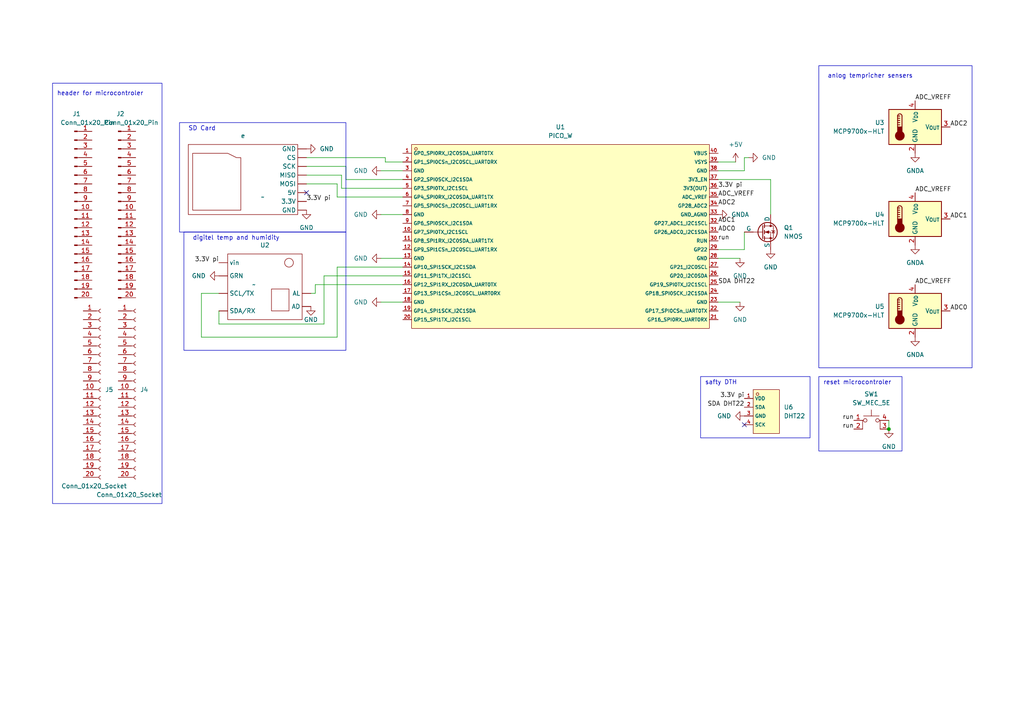
<source format=kicad_sch>
(kicad_sch (version 20230121) (generator eeschema)
  (paper "A4")
  (title_block (title "microcontroler "))
  (lib_symbols
    (symbol "Connector:Conn_01x20_Pin" (pin_names (offset 1.016) hide)
      (property "Reference" "J" (at 0 25.4 0))
      (property "Value" "Conn_01x20_Pin" (at 0 -27.94 0))
      (symbol "Conn_01x20_Pin_1_1"
        (polyline (pts (xy 1.27 -25.4) (xy 0.8636 -25.4)) (stroke (width 0.1524)))
        (polyline (pts (xy 1.27 -22.86) (xy 0.8636 -22.86)) (stroke (width 0.1524)))
        (polyline (pts (xy 1.27 -20.32) (xy 0.8636 -20.32)) (stroke (width 0.1524)))
        (polyline (pts (xy 1.27 -17.78) (xy 0.8636 -17.78)) (stroke (width 0.1524)))
        (polyline (pts (xy 1.27 -15.24) (xy 0.8636 -15.24)) (stroke (width 0.1524)))
        (polyline (pts (xy 1.27 -12.7) (xy 0.8636 -12.7)) (stroke (width 0.1524)))
        (polyline (pts (xy 1.27 -10.16) (xy 0.8636 -10.16)) (stroke (width 0.1524)))
        (polyline (pts (xy 1.27 -7.62) (xy 0.8636 -7.62)) (stroke (width 0.1524)))
        (polyline (pts (xy 1.27 -5.08) (xy 0.8636 -5.08)) (stroke (width 0.1524)))
        (polyline (pts (xy 1.27 -2.54) (xy 0.8636 -2.54)) (stroke (width 0.1524)))
        (polyline (pts (xy 1.27 0) (xy 0.8636 0)) (stroke (width 0.1524)))
        (polyline (pts (xy 1.27 2.54) (xy 0.8636 2.54)) (stroke (width 0.1524)))
        (polyline (pts (xy 1.27 5.08) (xy 0.8636 5.08)) (stroke (width 0.1524)))
        (polyline (pts (xy 1.27 7.62) (xy 0.8636 7.62)) (stroke (width 0.1524)))
        (polyline (pts (xy 1.27 10.16) (xy 0.8636 10.16)) (stroke (width 0.1524)))
        (polyline (pts (xy 1.27 12.7) (xy 0.8636 12.7)) (stroke (width 0.1524)))
        (polyline (pts (xy 1.27 15.24) (xy 0.8636 15.24)) (stroke (width 0.1524)))
        (polyline (pts (xy 1.27 17.78) (xy 0.8636 17.78)) (stroke (width 0.1524)))
        (polyline (pts (xy 1.27 20.32) (xy 0.8636 20.32)) (stroke (width 0.1524)))
        (polyline (pts (xy 1.27 22.86) (xy 0.8636 22.86)) (stroke (width 0.1524)))
        (rectangle (start 0.8636 -25.273) (end 0 -25.527) (stroke (width 0.1524)) (fill (type outline)))
        (rectangle (start 0.8636 -22.733) (end 0 -22.987) (stroke (width 0.1524)) (fill (type outline)))
        (rectangle (start 0.8636 -20.193) (end 0 -20.447) (stroke (width 0.1524)) (fill (type outline)))
        (rectangle (start 0.8636 -17.653) (end 0 -17.907) (stroke (width 0.1524)) (fill (type outline)))
        (rectangle (start 0.8636 -15.113) (end 0 -15.367) (stroke (width 0.1524)) (fill (type outline)))
        (rectangle (start 0.8636 -12.573) (end 0 -12.827) (stroke (width 0.1524)) (fill (type outline)))
        (rectangle (start 0.8636 -10.033) (end 0 -10.287) (stroke (width 0.1524)) (fill (type outline)))
        (rectangle (start 0.8636 -7.493) (end 0 -7.747) (stroke (width 0.1524)) (fill (type outline)))
        (rectangle (start 0.8636 -4.953) (end 0 -5.207) (stroke (width 0.1524)) (fill (type outline)))
        (rectangle (start 0.8636 -2.413) (end 0 -2.667) (stroke (width 0.1524)) (fill (type outline)))
        (rectangle (start 0.8636 0.127) (end 0 -0.127) (stroke (width 0.1524)) (fill (type outline)))
        (rectangle (start 0.8636 2.667) (end 0 2.413) (stroke (width 0.1524)) (fill (type outline)))
        (rectangle (start 0.8636 5.207) (end 0 4.953) (stroke (width 0.1524)) (fill (type outline)))
        (rectangle (start 0.8636 7.747) (end 0 7.493) (stroke (width 0.1524)) (fill (type outline)))
        (rectangle (start 0.8636 10.287) (end 0 10.033) (stroke (width 0.1524)) (fill (type outline)))
        (rectangle (start 0.8636 12.827) (end 0 12.573) (stroke (width 0.1524)) (fill (type outline)))
        (rectangle (start 0.8636 15.367) (end 0 15.113) (stroke (width 0.1524)) (fill (type outline)))
        (rectangle (start 0.8636 17.907) (end 0 17.653) (stroke (width 0.1524)) (fill (type outline)))
        (rectangle (start 0.8636 20.447) (end 0 20.193) (stroke (width 0.1524)) (fill (type outline)))
        (rectangle (start 0.8636 22.987) (end 0 22.733) (stroke (width 0.1524)) (fill (type outline)))
        (pin passive line (at 5.08 22.86 180) (length 3.81) (name "Pin_1") (number "1"))
        (pin passive line (at 5.08 0 180) (length 3.81) (name "Pin_10") (number "10"))
        (pin passive line (at 5.08 -2.54 180) (length 3.81) (name "Pin_11") (number "11"))
        (pin passive line (at 5.08 -5.08 180) (length 3.81) (name "Pin_12") (number "12"))
        (pin passive line (at 5.08 -7.62 180) (length 3.81) (name "Pin_13") (number "13"))
        (pin passive line (at 5.08 -10.16 180) (length 3.81) (name "Pin_14") (number "14"))
        (pin passive line (at 5.08 -12.7 180) (length 3.81) (name "Pin_15") (number "15"))
        (pin passive line (at 5.08 -15.24 180) (length 3.81) (name "Pin_16") (number "16"))
        (pin passive line (at 5.08 -17.78 180) (length 3.81) (name "Pin_17") (number "17"))
        (pin passive line (at 5.08 -20.32 180) (length 3.81) (name "Pin_18") (number "18"))
        (pin passive line (at 5.08 -22.86 180) (length 3.81) (name "Pin_19") (number "19"))
        (pin passive line (at 5.08 20.32 180) (length 3.81) (name "Pin_2") (number "2"))
        (pin passive line (at 5.08 -25.4 180) (length 3.81) (name "Pin_20") (number "20"))
        (pin passive line (at 5.08 17.78 180) (length 3.81) (name "Pin_3") (number "3"))
        (pin passive line (at 5.08 15.24 180) (length 3.81) (name "Pin_4") (number "4"))
        (pin passive line (at 5.08 12.7 180) (length 3.81) (name "Pin_5") (number "5"))
        (pin passive line (at 5.08 10.16 180) (length 3.81) (name "Pin_6") (number "6"))
        (pin passive line (at 5.08 7.62 180) (length 3.81) (name "Pin_7") (number "7"))
        (pin passive line (at 5.08 5.08 180) (length 3.81) (name "Pin_8") (number "8"))
        (pin passive line (at 5.08 2.54 180) (length 3.81) (name "Pin_9") (number "9"))
      )
    )
    (symbol "Connector:Conn_01x20_Socket" (pin_names (offset 1.016) hide)
      (property "Reference" "J" (at 0 25.4 0))
      (property "Value" "Conn_01x20_Socket" (at 0 -27.94 0))
      (symbol "Conn_01x20_Socket_1_1"
        (arc (start 0 -24.892) (mid -0.5058 -25.4) (end 0 -25.908) (stroke (width 0.1524)))
        (arc (start 0 -22.352) (mid -0.5058 -22.86) (end 0 -23.368) (stroke (width 0.1524)))
        (arc (start 0 -19.812) (mid -0.5058 -20.32) (end 0 -20.828) (stroke (width 0.1524)))
        (arc (start 0 -17.272) (mid -0.5058 -17.78) (end 0 -18.288) (stroke (width 0.1524)))
        (arc (start 0 -14.732) (mid -0.5058 -15.24) (end 0 -15.748) (stroke (width 0.1524)))
        (arc (start 0 -12.192) (mid -0.5058 -12.7) (end 0 -13.208) (stroke (width 0.1524)))
        (arc (start 0 -9.652) (mid -0.5058 -10.16) (end 0 -10.668) (stroke (width 0.1524)))
        (arc (start 0 -7.112) (mid -0.5058 -7.62) (end 0 -8.128) (stroke (width 0.1524)))
        (arc (start 0 -4.572) (mid -0.5058 -5.08) (end 0 -5.588) (stroke (width 0.1524)))
        (arc (start 0 -2.032) (mid -0.5058 -2.54) (end 0 -3.048) (stroke (width 0.1524)))
        (polyline (pts (xy -1.27 -25.4) (xy -0.508 -25.4)) (stroke (width 0.1524)))
        (polyline (pts (xy -1.27 -22.86) (xy -0.508 -22.86)) (stroke (width 0.1524)))
        (polyline (pts (xy -1.27 -20.32) (xy -0.508 -20.32)) (stroke (width 0.1524)))
        (polyline (pts (xy -1.27 -17.78) (xy -0.508 -17.78)) (stroke (width 0.1524)))
        (polyline (pts (xy -1.27 -15.24) (xy -0.508 -15.24)) (stroke (width 0.1524)))
        (polyline (pts (xy -1.27 -12.7) (xy -0.508 -12.7)) (stroke (width 0.1524)))
        (polyline (pts (xy -1.27 -10.16) (xy -0.508 -10.16)) (stroke (width 0.1524)))
        (polyline (pts (xy -1.27 -7.62) (xy -0.508 -7.62)) (stroke (width 0.1524)))
        (polyline (pts (xy -1.27 -5.08) (xy -0.508 -5.08)) (stroke (width 0.1524)))
        (polyline (pts (xy -1.27 -2.54) (xy -0.508 -2.54)) (stroke (width 0.1524)))
        (polyline (pts (xy -1.27 0) (xy -0.508 0)) (stroke (width 0.1524)))
        (polyline (pts (xy -1.27 2.54) (xy -0.508 2.54)) (stroke (width 0.1524)))
        (polyline (pts (xy -1.27 5.08) (xy -0.508 5.08)) (stroke (width 0.1524)))
        (polyline (pts (xy -1.27 7.62) (xy -0.508 7.62)) (stroke (width 0.1524)))
        (polyline (pts (xy -1.27 10.16) (xy -0.508 10.16)) (stroke (width 0.1524)))
        (polyline (pts (xy -1.27 12.7) (xy -0.508 12.7)) (stroke (width 0.1524)))
        (polyline (pts (xy -1.27 15.24) (xy -0.508 15.24)) (stroke (width 0.1524)))
        (polyline (pts (xy -1.27 17.78) (xy -0.508 17.78)) (stroke (width 0.1524)))
        (polyline (pts (xy -1.27 20.32) (xy -0.508 20.32)) (stroke (width 0.1524)))
        (polyline (pts (xy -1.27 22.86) (xy -0.508 22.86)) (stroke (width 0.1524)))
        (arc (start 0 0.508) (mid -0.5058 0) (end 0 -0.508) (stroke (width 0.1524)))
        (arc (start 0 3.048) (mid -0.5058 2.54) (end 0 2.032) (stroke (width 0.1524)))
        (arc (start 0 5.588) (mid -0.5058 5.08) (end 0 4.572) (stroke (width 0.1524)))
        (arc (start 0 8.128) (mid -0.5058 7.62) (end 0 7.112) (stroke (width 0.1524)))
        (arc (start 0 10.668) (mid -0.5058 10.16) (end 0 9.652) (stroke (width 0.1524)))
        (arc (start 0 13.208) (mid -0.5058 12.7) (end 0 12.192) (stroke (width 0.1524)))
        (arc (start 0 15.748) (mid -0.5058 15.24) (end 0 14.732) (stroke (width 0.1524)))
        (arc (start 0 18.288) (mid -0.5058 17.78) (end 0 17.272) (stroke (width 0.1524)))
        (arc (start 0 20.828) (mid -0.5058 20.32) (end 0 19.812) (stroke (width 0.1524)))
        (arc (start 0 23.368) (mid -0.5058 22.86) (end 0 22.352) (stroke (width 0.1524)))
        (pin passive line (at -5.08 22.86 0) (length 3.81) (name "Pin_1") (number "1"))
        (pin passive line (at -5.08 0 0) (length 3.81) (name "Pin_10") (number "10"))
        (pin passive line (at -5.08 -2.54 0) (length 3.81) (name "Pin_11") (number "11"))
        (pin passive line (at -5.08 -5.08 0) (length 3.81) (name "Pin_12") (number "12"))
        (pin passive line (at -5.08 -7.62 0) (length 3.81) (name "Pin_13") (number "13"))
        (pin passive line (at -5.08 -10.16 0) (length 3.81) (name "Pin_14") (number "14"))
        (pin passive line (at -5.08 -12.7 0) (length 3.81) (name "Pin_15") (number "15"))
        (pin passive line (at -5.08 -15.24 0) (length 3.81) (name "Pin_16") (number "16"))
        (pin passive line (at -5.08 -17.78 0) (length 3.81) (name "Pin_17") (number "17"))
        (pin passive line (at -5.08 -20.32 0) (length 3.81) (name "Pin_18") (number "18"))
        (pin passive line (at -5.08 -22.86 0) (length 3.81) (name "Pin_19") (number "19"))
        (pin passive line (at -5.08 20.32 0) (length 3.81) (name "Pin_2") (number "2"))
        (pin passive line (at -5.08 -25.4 0) (length 3.81) (name "Pin_20") (number "20"))
        (pin passive line (at -5.08 17.78 0) (length 3.81) (name "Pin_3") (number "3"))
        (pin passive line (at -5.08 15.24 0) (length 3.81) (name "Pin_4") (number "4"))
        (pin passive line (at -5.08 12.7 0) (length 3.81) (name "Pin_5") (number "5"))
        (pin passive line (at -5.08 10.16 0) (length 3.81) (name "Pin_6") (number "6"))
        (pin passive line (at -5.08 7.62 0) (length 3.81) (name "Pin_7") (number "7"))
        (pin passive line (at -5.08 5.08 0) (length 3.81) (name "Pin_8") (number "8"))
        (pin passive line (at -5.08 2.54 0) (length 3.81) (name "Pin_9") (number "9"))
      )
    )
    (symbol "PICO_W:PICO_W"
      (property "Reference" "U" (at 0 1.27 0))
      (property "Value" "PICO_W" (at 0 -2.54 0))
      (symbol "PICO_W_0_1"
        (rectangle (start -43.1801 26.6701) (end 43.1801 -26.6701) (fill (type background)))
        (circle (center -41.9101 25.4001) (radius 0.381) (fill (type background)))
        (pin unspecified line (at -45.72 24.13 0) (length 2.54) (name "GP0_SPI0RX_I2C0SDA_UART0TX") (number "1"))
        (pin unspecified line (at -45.72 1.27 0) (length 2.54) (name "GP7_SPI0TX_I2C1SCL") (number "10"))
        (pin unspecified line (at -45.72 -1.27 0) (length 2.54) (name "GP8_SPI1RX_I2C0SDA_UART1TX") (number "11"))
        (pin unspecified line (at -45.72 -3.81 0) (length 2.54) (name "GP9_SPI1CSn_I2C0SCL_UART1RX") (number "12"))
        (pin unspecified line (at -45.72 -6.35 0) (length 2.54) (name "GND") (number "13"))
        (pin unspecified line (at -45.72 -8.89 0) (length 2.54) (name "GP10_SPI1SCK_I2C1SDA") (number "14"))
        (pin unspecified line (at -45.72 -11.43 0) (length 2.54) (name "GP11_SPI1TX_I2C1SCL") (number "15"))
        (pin unspecified line (at -45.72 -13.97 0) (length 2.54) (name "GP12_SPI1RX_I2C0SDA_UART0TX") (number "16"))
        (pin unspecified line (at -45.72 -16.51 0) (length 2.54) (name "GP13_SPI1CSn_I2C0SCL_UART0RX") (number "17"))
        (pin unspecified line (at -45.72 -19.05 0) (length 2.54) (name "GND") (number "18"))
        (pin unspecified line (at -45.72 -21.59 0) (length 2.54) (name "GP14_SPI1SCK_I2C1SDA") (number "19"))
        (pin unspecified line (at -45.72 21.59 0) (length 2.54) (name "GP1_SPI0CSn_I2C0SCL_UART0RX") (number "2"))
        (pin unspecified line (at -45.72 -24.13 0) (length 2.54) (name "GP15_SPI1TX_I2C1SCL") (number "20"))
        (pin unspecified line (at 45.72 -24.13 180) (length 2.54) (name "GP16_SPI0RX_UART0RX") (number "21"))
        (pin unspecified line (at 45.72 -21.59 180) (length 2.54) (name "GP17_SPI0CSn_UART0TX") (number "22"))
        (pin unspecified line (at 45.72 -19.05 180) (length 2.54) (name "GND") (number "23"))
        (pin unspecified line (at 45.72 -16.51 180) (length 2.54) (name "GP18_SPI0SCK_I2C1SDA") (number "24"))
        (pin unspecified line (at 45.72 -13.97 180) (length 2.54) (name "GP19_SPI0TX_I2C1SCL") (number "25"))
        (pin unspecified line (at 45.72 -11.43 180) (length 2.54) (name "GP20_I2C0SDA") (number "26"))
        (pin unspecified line (at 45.72 -8.89 180) (length 2.54) (name "GP21_I2C0SCL") (number "27"))
        (pin unspecified line (at 45.72 -6.35 180) (length 2.54) (name "GND") (number "28"))
        (pin unspecified line (at 45.72 -3.81 180) (length 2.54) (name "GP22") (number "29"))
        (pin unspecified line (at -45.72 19.05 0) (length 2.54) (name "GND") (number "3"))
        (pin unspecified line (at 45.72 -1.27 180) (length 2.54) (name "RUN") (number "30"))
        (pin unspecified line (at 45.72 1.27 180) (length 2.54) (name "GP26_ADC0_I2C1SDA") (number "31"))
        (pin unspecified line (at 45.72 3.81 180) (length 2.54) (name "GP27_ADC1_I2C1SCL") (number "32"))
        (pin unspecified line (at 45.72 6.35 180) (length 2.54) (name "GND_AGND") (number "33"))
        (pin unspecified line (at 45.72 8.89 180) (length 2.54) (name "GP28_ADC2") (number "34"))
        (pin unspecified line (at 45.72 11.43 180) (length 2.54) (name "ADC_VREF") (number "35"))
        (pin unspecified line (at 45.72 13.97 180) (length 2.54) (name "3V3(OUT)") (number "36"))
        (pin unspecified line (at 45.72 16.51 180) (length 2.54) (name "3V3_EN") (number "37"))
        (pin unspecified line (at 45.72 19.05 180) (length 2.54) (name "GND") (number "38"))
        (pin unspecified line (at 45.72 21.59 180) (length 2.54) (name "VSYS") (number "39"))
        (pin unspecified line (at -45.72 16.51 0) (length 2.54) (name "GP2_SPI0SCK_I2C1SDA") (number "4"))
        (pin unspecified line (at 45.72 24.13 180) (length 2.54) (name "VBUS") (number "40"))
        (pin unspecified line (at -45.72 13.97 0) (length 2.54) (name "GP3_SPI0TX_I2C1SCL") (number "5"))
        (pin unspecified line (at -45.72 11.43 0) (length 2.54) (name "GP4_SPI0RX_I2C0SDA_UART1TX") (number "6"))
        (pin unspecified line (at -45.72 8.89 0) (length 2.54) (name "GP5_SPI0CSn_I2C0SCL_UART1RX") (number "7"))
        (pin unspecified line (at -45.72 6.35 0) (length 2.54) (name "GND") (number "8"))
        (pin unspecified line (at -45.72 3.81 0) (length 2.54) (name "GP6_SPI0SCK_I2C1SDA") (number "9"))
      )
    )
    (symbol "Sensor_Temperature:MCP9700x-HLT"
      (property "Reference" "U" (at -6.35 6.35 0))
      (property "Value" "MCP9700x-HLT" (at 1.27 6.35 0))
      (symbol "MCP9700x-HLT_0_1"
        (rectangle (start -7.62 5.08) (end 7.62 -5.08) (stroke (width 0.254)) (fill (type background)))
        (circle (center -4.445 -2.54) (radius 1.27) (stroke (width 0.254)) (fill (type outline)))
        (rectangle (start -3.81 -1.905) (end -5.08 0) (stroke (width 0.254)) (fill (type outline)))
        (arc (start -3.81 3.175) (mid -4.445 3.8073) (end -5.08 3.175) (stroke (width 0.254)))
        (polyline (pts (xy -5.08 0.635) (xy -4.445 0.635)) (stroke (width 0.254)))
        (polyline (pts (xy -5.08 1.27) (xy -4.445 1.27)) (stroke (width 0.254)))
        (polyline (pts (xy -5.08 1.905) (xy -4.445 1.905)) (stroke (width 0.254)))
        (polyline (pts (xy -5.08 2.54) (xy -4.445 2.54)) (stroke (width 0.254)))
        (polyline (pts (xy -5.08 3.175) (xy -5.08 0)) (stroke (width 0.254)))
        (polyline (pts (xy -5.08 3.175) (xy -4.445 3.175)) (stroke (width 0.254)))
        (polyline (pts (xy -3.81 3.175) (xy -3.81 0)) (stroke (width 0.254)))
      )
      (symbol "MCP9700x-HLT_1_1"
        (pin no_connect line (at 7.62 -2.54 180) (length 2.54) hide (name "NC") (number "1"))
        (pin power_in line (at 0 -7.62 90) (length 2.54) (name "GND") (number "2"))
        (pin output line (at 10.16 0 180) (length 2.54) (name "V_{OUT}") (number "3"))
        (pin power_in line (at 0 7.62 270) (length 2.54) (name "V_{DD}") (number "4"))
        (pin no_connect line (at 7.62 2.54 180) (length 2.54) hide (name "NC") (number "5"))
      )
    )
    (symbol "Simulation_SPICE:NMOS" (pin_numbers hide) (pin_names (offset 0))
      (property "Reference" "Q" (at 5.08 1.27 0))
      (property "Value" "NMOS" (at 5.08 -1.27 0))
      (symbol "NMOS_0_1"
        (polyline (pts (xy 0.254 0) (xy -2.54 0)))
        (polyline (pts (xy 0.254 1.905) (xy 0.254 -1.905)) (stroke (width 0.254)))
        (polyline (pts (xy 0.762 -1.27) (xy 0.762 -2.286)) (stroke (width 0.254)))
        (polyline (pts (xy 0.762 0.508) (xy 0.762 -0.508)) (stroke (width 0.254)))
        (polyline (pts (xy 0.762 2.286) (xy 0.762 1.27)) (stroke (width 0.254)))
        (polyline (pts (xy 2.54 2.54) (xy 2.54 1.778)))
        (polyline (pts (xy 2.54 -2.54) (xy 2.54 0) (xy 0.762 0)))
        (polyline (pts (xy 0.762 -1.778) (xy 3.302 -1.778) (xy 3.302 1.778) (xy 0.762 1.778)))
        (polyline (pts (xy 1.016 0) (xy 2.032 0.381) (xy 2.032 -0.381) (xy 1.016 0)) (fill (type outline)))
        (polyline (pts (xy 2.794 0.508) (xy 2.921 0.381) (xy 3.683 0.381) (xy 3.81 0.254)))
        (polyline (pts (xy 3.302 0.381) (xy 2.921 -0.254) (xy 3.683 -0.254) (xy 3.302 0.381)))
        (circle (center 1.651 0) (radius 2.794) (stroke (width 0.254)))
        (circle (center 2.54 -1.778) (radius 0.254) (fill (type outline)))
        (circle (center 2.54 1.778) (radius 0.254) (fill (type outline)))
      )
      (symbol "NMOS_1_1"
        (pin passive line (at 2.54 5.08 270) (length 2.54) (name "D") (number "1"))
        (pin input line (at -5.08 0 0) (length 2.54) (name "G") (number "2"))
        (pin passive line (at 2.54 -5.08 90) (length 2.54) (name "S") (number "3"))
      )
    )
    (symbol "Switch:SW_MEC_5E" (pin_names (offset 1.016) hide)
      (property "Reference" "SW" (at 0.635 5.715 0))
      (property "Value" "SW_MEC_5E" (at 0 -3.175 0))
      (symbol "SW_MEC_5E_0_1"
        (circle (center -1.778 2.54) (radius 0.508))
        (polyline (pts (xy -2.286 3.81) (xy 2.286 3.81)))
        (polyline (pts (xy 0 3.81) (xy 0 5.588)))
        (polyline (pts (xy -2.54 0) (xy -2.54 2.54) (xy -2.286 2.54)))
        (polyline (pts (xy 2.54 0) (xy 2.54 2.54) (xy 2.286 2.54)))
        (circle (center 1.778 2.54) (radius 0.508))
        (pin passive line (at -5.08 2.54 0) (length 2.54) (name "1") (number "1"))
        (pin passive line (at -5.08 0 0) (length 2.54) (name "2") (number "2"))
        (pin passive line (at 5.08 0 180) (length 2.54) (name "K") (number "3"))
        (pin passive line (at 5.08 2.54 180) (length 2.54) (name "A") (number "4"))
      )
    )
    (symbol "partkian:DHT22"
      (property "Reference" "U" (at 5.08 1.27 0))
      (property "Value" "DHT22" (at 7.62 3.81 0))
      (symbol "DHT22_0_1"
        (rectangle (start -3.81 6.35) (end 3.81 -6.35) (fill (type background)))
        (circle (center -2.54 5.08) (radius 0.381) (fill (type background)))
        (pin unspecified line (at -6.35 3.81 0) (length 2.54) (name "VDD") (number "1"))
        (pin unspecified line (at -6.35 1.27 0) (length 2.54) (name "SDA") (number "2"))
        (pin unspecified line (at -6.35 -1.27 0) (length 2.54) (name "GND") (number "3"))
        (pin unspecified line (at -6.35 -3.81 0) (length 2.54) (name "SCK") (number "4"))
      )
    )
    (symbol "partkian:SHT31-D"
      (property "Reference" "U" (at 0 11.43 0))
      (symbol "SHT31-D_0_1"
        (rectangle (start -7.62 8.89) (end 13.97 -10.16))
        (rectangle (start 5.08 -1.27) (end 10.16 -7.62))
        (circle (center 10.16 6.35) (radius 1.27))
      )
      (symbol "SHT31-D_1_1"
        (pin input line (at 16.51 -6.35 180) (length 2.54) (name "AD") (number ""))
        (pin input line (at 16.51 -2.54 180) (length 2.54) (name "AL") (number ""))
        (pin input line (at -10.16 2.54 0) (length 2.54) (name "GRN") (number ""))
        (pin input line (at -10.16 -2.54 0) (length 2.54) (name "SCL/TX") (number ""))
        (pin input line (at -10.16 -7.62 0) (length 2.54) (name "SDA/RX") (number ""))
        (pin input line (at -10.16 6.35 0) (length 2.54) (name "vin") (number ""))
      )
    )
    (symbol "partkian:sd_card_reader"
      (property "Reference" "e" (at 5.715 -17.78 0))
      (property "Value" "~" (at 0 0 0))
      (symbol "sd_card_reader_0_1"
        (rectangle (start -10.16 5.08) (end 21.59 -15.24))
        (polyline (pts (xy 6.35 3.81) (xy 20.32 3.81) (xy 20.32 -12.7) (xy 10.16 -12.7) (xy 7.62 -11.43) (xy 6.35 -11.43) (xy 6.35 3.81)))
      )
      (symbol "sd_card_reader_1_1"
        (pin input line (at -12.7 1.27 0) (length 2.54) (name "3.3V") (number ""))
        (pin input line (at -12.7 -1.27 0) (length 2.54) (name "5V") (number ""))
        (pin input line (at -12.7 -11.43 0) (length 2.54) (name "CS") (number ""))
        (pin input line (at -12.7 -13.97 0) (length 2.54) (name "GND") (number ""))
        (pin input line (at -12.7 3.81 0) (length 2.54) (name "GND") (number ""))
        (pin input line (at -12.7 -6.35 0) (length 2.54) (name "MISO") (number ""))
        (pin input line (at -12.7 -3.81 0) (length 2.54) (name "MOSI") (number ""))
        (pin input line (at -12.7 -8.89 0) (length 2.54) (name "SCK") (number ""))
      )
    )
    (symbol "power:+5V" (power) (pin_names (offset 0))
      (property "Value" "+5V" (at 0 3.556 0))
      (symbol "+5V_0_1"
        (polyline (pts (xy -0.762 1.27) (xy 0 2.54)))
        (polyline (pts (xy 0 0) (xy 0 2.54)))
        (polyline (pts (xy 0 2.54) (xy 0.762 1.27)))
      )
      (symbol "+5V_1_1"
        (pin power_in line (at 0 0 90) (length 0) hide (name "+5V") (number "1"))
      )
    )
    (symbol "power:GND" (power) (pin_names (offset 0))
      (property "Value" "GND" (at 0 -3.81 0))
      (symbol "GND_0_1"
        (polyline (pts (xy 0 0) (xy 0 -1.27) (xy 1.27 -1.27) (xy 0 -2.54) (xy -1.27 -1.27) (xy 0 -1.27)))
      )
      (symbol "GND_1_1"
        (pin power_in line (at 0 0 270) (length 0) hide (name "GND") (number "1"))
      )
    )
    (symbol "power:GNDA" (power) (pin_names (offset 0))
      (property "Value" "GNDA" (at 0 -3.81 0))
      (symbol "GNDA_0_1"
        (polyline (pts (xy 0 0) (xy 0 -1.27) (xy 1.27 -1.27) (xy 0 -2.54) (xy -1.27 -1.27) (xy 0 -1.27)))
      )
      (symbol "GNDA_1_1"
        (pin power_in line (at 0 0 270) (length 0) hide (name "GNDA") (number "1"))
      )
    )
  )
  (junction (at 257.81 124.46))
  (no_connect (at 215.9 123.19))
  (no_connect (at 88.9 55.88))
  (wire (pts (xy 208.28 87.63) (xy 214.63 87.63)))
  (wire (pts (xy 223.52 52.07) (xy 223.52 62.23)))
  (wire (pts (xy 111.76 45.72) (xy 111.76 46.99)))
  (wire (pts (xy 208.28 52.07) (xy 223.52 52.07)))
  (wire (pts (xy 257.81 121.92) (xy 257.81 124.46)))
  (wire (pts (xy 111.76 46.99) (xy 116.84 46.99)))
  (wire (pts (xy 215.9 67.31) (xy 215.9 72.39)))
  (wire (pts (xy 215.9 72.39) (xy 208.28 72.39)))
  (wire (pts (xy 88.9 45.72) (xy 111.76 45.72)))
  (wire (pts (xy 110.49 74.93) (xy 116.84 74.93)))
  (wire (pts (xy 93.98 80.01) (xy 116.84 80.01)))
  (wire (pts (xy 208.28 74.93) (xy 214.63 74.93)))
  (wire (pts (xy 63.5 85.09) (xy 58.42 85.09)))
  (wire (pts (xy 90.17 85.09) (xy 91.44 85.09)))
  (wire (pts (xy 116.84 57.15) (xy 97.79 57.15)))
  (wire (pts (xy 97.79 97.79) (xy 97.79 77.47)))
  (wire (pts (xy 116.84 54.61) (xy 99.06 54.61)))
  (wire (pts (xy 97.79 77.47) (xy 116.84 77.47)))
  (wire (pts (xy 215.9 45.72) (xy 217.17 45.72)))
  (wire (pts (xy 97.79 57.15) (xy 97.79 53.34)))
  (wire (pts (xy 63.5 90.17) (xy 63.5 93.98)))
  (wire (pts (xy 63.5 93.98) (xy 93.98 93.98)))
  (wire (pts (xy 215.9 49.53) (xy 208.28 49.53)))
  (wire (pts (xy 93.98 93.98) (xy 93.98 80.01)))
  (wire (pts (xy 91.44 82.55) (xy 116.84 82.55)))
  (wire (pts (xy 88.9 48.26) (xy 100.33 48.26)))
  (wire (pts (xy 110.49 87.63) (xy 116.84 87.63)))
  (wire (pts (xy 110.49 62.23) (xy 116.84 62.23)))
  (wire (pts (xy 91.44 85.09) (xy 91.44 82.55)))
  (wire (pts (xy 215.9 45.72) (xy 215.9 49.53)))
  (wire (pts (xy 58.42 85.09) (xy 58.42 97.79)))
  (wire (pts (xy 88.9 50.8) (xy 99.06 50.8)))
  (wire (pts (xy 99.06 54.61) (xy 99.06 50.8)))
  (wire (pts (xy 100.33 52.07) (xy 116.84 52.07)))
  (wire (pts (xy 110.49 49.53) (xy 116.84 49.53)))
  (wire (pts (xy 208.28 46.99) (xy 213.36 46.99)))
  (wire (pts (xy 58.42 97.79) (xy 97.79 97.79)))
  (wire (pts (xy 100.33 48.26) (xy 100.33 52.07)))
  (wire (pts (xy 97.79 53.34) (xy 88.9 53.34)))
  (rectangle (start 237.49 19.05) (end 281.94 106.68))
  (rectangle (start 52.07 35.56) (end 100.33 67.31))
  (rectangle (start 15.24 24.13) (end 46.99 146.05))
  (rectangle (start 237.49 109.22) (end 261.62 130.81))
  (rectangle (start 203.2 109.22) (end 234.95 127))
  (rectangle (start 53.34 67.31) (end 100.33 101.6))
  (text "header for microcontroler" (at 16.51 27.94 0) (effects (font (size 1.27 1.27)) (justify left bottom)))
  (text "reset microcontroler" (at 238.76 111.76 0) (effects (font (size 1.27 1.27)) (justify left bottom)))
  (text "digitel temp and humidity " (at 55.88 69.85 0) (effects (font (size 1.27 1.27)) (justify left bottom)))
  (text "safty DTH" (at 204.47 111.76 0) (effects (font (size 1.27 1.27)) (justify left bottom)))
  (text "SD Card" (at 54.61 38.1 0) (effects (font (size 1.27 1.27)) (justify left bottom)))
  (text "anlog tempricher sensers" (at 240.03 22.86 0) (effects (font (size 1.27 1.27)) (justify left bottom)))
  (label "ADC1" (at 208.28 64.77 0))
  (label "run" (at 208.28 69.85 0))
  (label "ADC_VREFF" (at 265.43 82.55 0))
  (label "ADC1" (at 275.59 63.5 0))
  (label "ADC_VREFF" (at 265.43 55.88 0))
  (label "3.3V pi" (at 208.28 54.61 0))
  (label "ADC2" (at 275.59 36.83 0))
  (label "SDA DHT22" (at 208.28 82.55 0))
  (label "3.3V pi" (at 88.9 58.42 0))
  (label "ADC0" (at 275.59 90.17 0))
  (label "ADC_VREFF" (at 265.43 29.21 0))
  (label "3.3V pi" (at 63.5 76.2 180))
  (label "ADC_VREFF" (at 208.28 57.15 0))
  (label "run" (at 247.65 124.46 180))
  (label "3.3V pi" (at 215.9 115.57 180))
  (label "ADC2" (at 208.28 59.69 0))
  (label "ADC0" (at 208.28 67.31 0))
  (label "run" (at 247.65 121.92 180))
  (label "SDA DHT22" (at 215.9 118.11 180))
  (symbol (lib_id "Sensor_Temperature:MCP9700x-HLT") (at 265.43 90.17 0) (unit 1)
    (property "Reference" "U5" (at 256.54 88.9 0) (effects (justify right)))
    (property "Value" "MCP9700x-HLT" (at 256.54 91.44 0) (effects (justify right)))
    (property "Footprint" "Package_TO_SOT_SMD:SOT-353_SC-70-5" (effects hide))
    (property "Datasheet" "http://ww1.microchip.com/downloads/en/devicedoc/20001942g.pdf" (effects hide))
    (property "cost" "10" (effects hide))
    (property "where" "brendon" (effects hide))
  )
  (symbol (lib_id "Connector:Conn_01x20_Pin") (at 34.29 60.96 0) (unit 1)
    (property "Reference" "J2" (at 34.925 33.02 0))
    (property "Value" "Conn_01x20_Pin" (at 38.1 35.56 0))
    (property "where" "brenden" (effects hide))
    (property "cost" "24" (effects hide))
  )
  (symbol (lib_id "power:GND") (at 215.9 120.65 270) (unit 1)
    (property "Reference" "#PWR019" (effects hide))
    (property "Value" "GND" (at 212.09 120.65 90) (effects (justify right)))
  )
  (symbol (lib_id "power:GND") (at 88.9 43.18 90) (unit 1)
    (property "Reference" "#PWR010" (effects hide))
    (property "Value" "GND" (at 92.71 43.18 90) (effects (justify right)))
  )
  (symbol (lib_id "partkian:SHT31-D") (at 73.66 82.55 0) (unit 1)
    (property "Reference" "U2" (at 76.835 71.12 0))
    (property "Value" "~" (at 73.66 82.55 0))
    (property "Datasheet" "file:///C:/Users/kianf/Downloads/SHT33-DIS.PDF" (effects hide))
    (property "where" "https://www.communica.co.za/products/hkd-gy-sht31-d-dig-temp-hum-sens?variant=44762824442156" (effects hide))
    (property "cost" "125" (effects hide))
  )
  (symbol (lib_id "power:GND") (at 90.17 88.9 0) (unit 1)
    (property "Reference" "#PWR013" (effects hide))
    (property "Value" "GND" (at 90.17 92.71 0))
  )
  (symbol (lib_id "Connector:Conn_01x20_Pin") (at 21.59 60.96 0) (unit 1)
    (property "Reference" "J1" (at 22.225 33.02 0))
    (property "Value" "Conn_01x20_Pin" (at 25.4 35.56 0))
    (property "where" "brenden" (effects hide))
    (property "cost" "24" (effects hide))
  )
  (symbol (lib_id "power:+5V") (at 213.36 46.99 0) (unit 1)
    (property "Reference" "#PWR08" (effects hide))
    (property "Value" "+5V" (at 213.36 41.91 0))
  )
  (symbol (lib_id "power:GND") (at 88.9 60.96 0) (unit 1)
    (property "Reference" "#PWR09" (effects hide))
    (property "Value" "GND" (at 88.9 66.04 0))
  )
  (symbol (lib_id "power:GND") (at 63.5 80.01 270) (unit 1)
    (property "Reference" "#PWR012" (effects hide))
    (property "Value" "GND" (at 59.69 80.01 90) (effects (justify right)))
  )
  (symbol (lib_id "power:GNDA") (at 265.43 44.45 0) (unit 1)
    (property "Reference" "#PWR014" (effects hide))
    (property "Value" "GNDA" (at 265.43 49.53 0))
  )
  (symbol (lib_id "power:GND") (at 110.49 74.93 270) (unit 1)
    (property "Reference" "#PWR06" (effects hide))
    (property "Value" "GND" (at 106.68 74.93 90) (effects (justify right)))
  )
  (symbol (lib_id "power:GND") (at 110.49 62.23 270) (unit 1)
    (property "Reference" "#PWR05" (effects hide))
    (property "Value" "GND" (at 106.68 62.23 90) (effects (justify right)))
  )
  (symbol (lib_id "Simulation_SPICE:NMOS") (at 220.98 67.31 0) (unit 1)
    (property "Reference" "Q1" (at 227.33 66.04 0) (effects (justify left)))
    (property "Value" "NMOS" (at 227.33 68.58 0) (effects (justify left)))
    (property "Datasheet" "https://ngspice.sourceforge.io/docs/ngspice-manual.pdf" (effects hide))
    (property "Sim.Device" "NMOS" (effects hide))
    (property "Sim.Type" "VDMOS" (effects hide))
    (property "Sim.Pins" "1=D 2=G 3=S" (effects hide))
    (property "where" "brendon" (effects hide))
    (property "cost " "10" (effects hide))
    (property "cost" "10" (effects hide))
  )
  (symbol (lib_id "power:GNDA") (at 265.43 71.12 0) (unit 1)
    (property "Reference" "#PWR015" (effects hide))
    (property "Value" "GNDA" (at 265.43 76.2 0))
  )
  (symbol (lib_id "power:GND") (at 110.49 87.63 270) (unit 1)
    (property "Reference" "#PWR07" (effects hide))
    (property "Value" "GND" (at 106.68 87.63 90) (effects (justify right)))
  )
  (symbol (lib_id "power:GND") (at 223.52 72.39 0) (unit 1)
    (property "Reference" "#PWR011" (effects hide))
    (property "Value" "GND" (at 223.52 77.47 0))
  )
  (symbol (lib_id "power:GND") (at 217.17 45.72 90) (unit 1)
    (property "Reference" "#PWR01" (effects hide))
    (property "Value" "GND" (at 220.98 45.72 90) (effects (justify right)))
  )
  (symbol (lib_id "Sensor_Temperature:MCP9700x-HLT") (at 265.43 63.5 0) (unit 1)
    (property "Reference" "U4" (at 256.54 62.23 0) (effects (justify right)))
    (property "Value" "MCP9700x-HLT" (at 256.54 64.77 0) (effects (justify right)))
    (property "Footprint" "Package_TO_SOT_SMD:SOT-353_SC-70-5" (effects hide))
    (property "Datasheet" "http://ww1.microchip.com/downloads/en/devicedoc/20001942g.pdf" (effects hide))
    (property "cost" "10" (effects hide))
    (property "where" "brendon" (effects hide))
  )
  (symbol (lib_id "PICO_W:PICO_W") (at 162.56 68.58 0) (unit 1)
    (property "Reference" "U1" (at 162.56 36.83 0))
    (property "Value" "PICO_W" (at 162.56 39.37 0))
    (property "Footprint" "footprint:LCC-40_L51.0-W21.0-P2.54-BL_RP2040-BASED" (effects hide))
    (property "Datasheet" "https://datasheets.raspberrypi.com/pico/pico-datasheet.pdf" (effects hide))
    (property "LCSC" "C7203003" (effects hide))
    (property "where" "https://www.pishop.co.za/store/raspberry-pi-pico-wh-with-pre-soldered-headers?keyword=pico%20w&category_id=0" (effects hide))
    (property "cost" "150" (effects hide))
  )
  (symbol (lib_id "Sensor_Temperature:MCP9700x-HLT") (at 265.43 36.83 0) (unit 1)
    (property "Reference" "U3" (at 256.54 35.56 0) (effects (justify right)))
    (property "Value" "MCP9700x-HLT" (at 256.54 38.1 0) (effects (justify right)))
    (property "Footprint" "Package_TO_SOT_SMD:SOT-353_SC-70-5" (effects hide))
    (property "Datasheet" "http://ww1.microchip.com/downloads/en/devicedoc/20001942g.pdf" (effects hide))
    (property "cost" "10" (effects hide))
    (property "where" "brendon" (effects hide))
  )
  (symbol (lib_id "power:GND") (at 257.81 124.46 0) (unit 1)
    (property "Reference" "#PWR018" (effects hide))
    (property "Value" "GND" (at 257.81 129.54 0))
  )
  (symbol (lib_id "Switch:SW_MEC_5E") (at 252.73 124.46 0) (unit 1)
    (property "Reference" "SW1" (at 252.73 114.3 0))
    (property "Value" "SW_MEC_5E" (at 252.73 116.84 0))
    (property "Datasheet" "http://www.apem.com/int/index.php?controller=attachment&id_attachment=1371" (effects hide))
    (property "cost" "2" (effects hide))
    (property "where" "brendon" (effects hide))
  )
  (symbol (lib_id "power:GND") (at 110.49 49.53 270) (unit 1)
    (property "Reference" "#PWR04" (effects hide))
    (property "Value" "GND" (at 106.68 49.53 90) (effects (justify right)))
  )
  (symbol (lib_id "power:GND") (at 214.63 87.63 0) (unit 1)
    (property "Reference" "#PWR03" (effects hide))
    (property "Value" "GND" (at 214.63 92.71 0))
  )
  (symbol (lib_id "partkian:DHT22") (at 222.25 119.38 0) (unit 1)
    (property "Reference" "U6" (at 227.33 118.11 0) (effects (justify left)))
    (property "Value" "DHT22" (at 227.33 120.65 0) (effects (justify left)))
    (property "Footprint" "footprint:SENSOR-TH_HAIGU_DHT22" (effects hide))
    (property "LCSC" "C2880291" (effects hide))
    (property "where" "https://www.communica.co.za/products/hkd-temp-humd-dht22-sensor?utm_source=www.communica.co.za&variant=44293598052652&sfdr_ptcid=31591_617_694884796&sfdr_hash=9840d3925fc7e58daa080f8556935672&gad_source=1&gclid=CjwKCAjw8diwBhAbEiwA7i_sJVjBvaaYyN6XP6FA_WGJb8ruE_zh2lzVDzIz94sgFtDFTqhCu8xVvRoCdtQQAvD_BwE" (effects hide))
    (property "cost" "79" (effects hide))
  )
  (symbol (lib_id "power:GND") (at 214.63 74.93 0) (unit 1)
    (property "Reference" "#PWR02" (effects hide))
    (property "Value" "GND" (at 214.63 80.01 0))
  )
  (symbol (lib_id "power:GNDA") (at 265.43 97.79 0) (unit 1)
    (property "Reference" "#PWR016" (effects hide))
    (property "Value" "GNDA" (at 265.43 102.87 0))
  )
  (symbol (lib_id "Connector:Conn_01x20_Socket") (at 29.21 113.03 0) (unit 1)
    (property "Reference" "J5" (at 30.48 113.03 0) (effects (justify left)))
    (property "Value" "Conn_01x20_Socket" (at 17.78 140.97 0) (effects (justify left)))
    (property "where" "brenden" (effects hide))
    (property "cost" "20" (effects hide))
  )
  (symbol (lib_id "power:GNDA") (at 208.28 62.23 90) (unit 1)
    (property "Reference" "#PWR017" (effects hide))
    (property "Value" "GNDA" (at 212.09 62.23 90) (effects (justify right)))
  )
  (symbol (lib_id "Connector:Conn_01x20_Socket") (at 39.37 113.03 0) (unit 1)
    (property "Reference" "J4" (at 40.64 113.03 0) (effects (justify left)))
    (property "Value" "Conn_01x20_Socket" (at 27.94 143.51 0) (effects (justify left)))
    (property "where" "brenden" (effects hide))
    (property "cost" "20" (effects hide))
  )
  (symbol (lib_id "partkian:sd_card_reader") (at 76.2 57.15 180) (unit 1)
    (property "Reference" "e" (at 70.485 39.37 0))
    (property "Value" "~" (at 76.2 57.15 0))
    (property "cost" "19" (effects hide))
    (property "where" "https://www.communica.co.za/products/hkd-sd-card-read-write-module?utm_source=www.communica.co.za&variant=39359979651145&sfdr_ptcid=31591_617_678237302&sfdr_hash=92fe7115abe5c960047a41022fa61b8f" (effects hide))
  )
)
</source>
